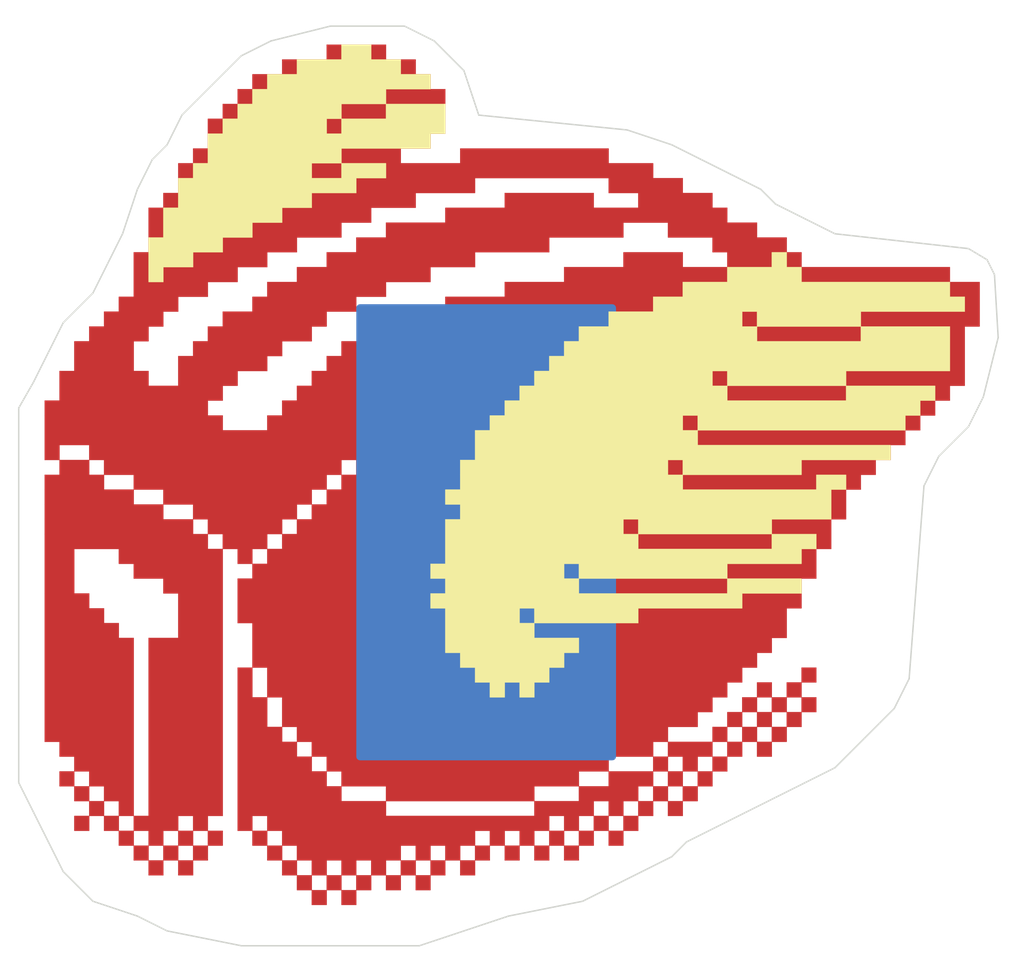
<source format=kicad_pcb>
(kicad_pcb (version 20171130) (host pcbnew "(5.1.6)-1")

  (general
    (thickness 1.6)
    (drawings 70)
    (tracks 0)
    (zones 0)
    (modules 1)
    (nets 1)
  )

  (page A4)
  (layers
    (0 F.Cu signal)
    (31 B.Cu signal)
    (32 B.Adhes user)
    (33 F.Adhes user)
    (34 B.Paste user)
    (35 F.Paste user)
    (36 B.SilkS user)
    (37 F.SilkS user)
    (38 B.Mask user)
    (39 F.Mask user)
    (40 Dwgs.User user)
    (41 Cmts.User user)
    (42 Eco1.User user)
    (43 Eco2.User user hide)
    (44 Edge.Cuts user)
    (45 Margin user)
    (46 B.CrtYd user)
    (47 F.CrtYd user)
    (48 B.Fab user)
    (49 F.Fab user)
  )

  (setup
    (last_trace_width 0.25)
    (trace_clearance 0.2)
    (zone_clearance 0.508)
    (zone_45_only no)
    (trace_min 0.2)
    (via_size 0.8)
    (via_drill 0.4)
    (via_min_size 0.4)
    (via_min_drill 0.3)
    (uvia_size 0.3)
    (uvia_drill 0.1)
    (uvias_allowed no)
    (uvia_min_size 0.2)
    (uvia_min_drill 0.1)
    (edge_width 0.05)
    (segment_width 0.2)
    (pcb_text_width 0.3)
    (pcb_text_size 1.5 1.5)
    (mod_edge_width 0.12)
    (mod_text_size 1 1)
    (mod_text_width 0.15)
    (pad_size 1.524 1.524)
    (pad_drill 0.762)
    (pad_to_mask_clearance 0.05)
    (aux_axis_origin 0 0)
    (visible_elements 7FFFFFFF)
    (pcbplotparams
      (layerselection 0x010fc_ffffffff)
      (usegerberextensions false)
      (usegerberattributes true)
      (usegerberadvancedattributes true)
      (creategerberjobfile true)
      (excludeedgelayer true)
      (linewidth 0.100000)
      (plotframeref false)
      (viasonmask false)
      (mode 1)
      (useauxorigin false)
      (hpglpennumber 1)
      (hpglpenspeed 20)
      (hpglpendiameter 15.000000)
      (psnegative false)
      (psa4output false)
      (plotreference true)
      (plotvalue true)
      (plotinvisibletext false)
      (padsonsilk false)
      (subtractmaskfromsilk false)
      (outputformat 1)
      (mirror false)
      (drillshape 0)
      (scaleselection 1)
      (outputdirectory "Gerbers/"))
  )

  (net 0 "")

  (net_class Default "This is the default net class."
    (clearance 0.2)
    (trace_width 0.25)
    (via_dia 0.8)
    (via_drill 0.4)
    (uvia_dia 0.3)
    (uvia_drill 0.1)
  )

  (module Toasty:Toasty_rev4 (layer F.Cu) (tedit 0) (tstamp 5F7BE733)
    (at 147.32 96.901)
    (fp_text reference G*** (at 0 0) (layer F.SilkS) hide
      (effects (font (size 1.524 1.524) (thickness 0.3)))
    )
    (fp_text value LOGO (at 0.75 0) (layer F.SilkS) hide
      (effects (font (size 1.524 1.524) (thickness 0.3)))
    )
    (fp_poly (pts (xy 9.398 -7.62) (xy 9.906 -7.62) (xy 9.906 -7.112) (xy 14.986 -7.112)
      (xy 14.986 -6.604) (xy 15.494 -6.604) (xy 15.494 -6.096) (xy 11.938 -6.096)
      (xy 11.938 -5.588) (xy 14.986 -5.588) (xy 14.986 -4.064) (xy 11.43 -4.064)
      (xy 11.43 -3.556) (xy 14.478 -3.556) (xy 14.478 -3.048) (xy 13.97 -3.048)
      (xy 13.97 -2.54) (xy 13.462 -2.54) (xy 13.462 -2.032) (xy 6.35 -2.032)
      (xy 6.35 -1.524) (xy 12.954 -1.524) (xy 12.954 -1.016) (xy 9.906 -1.016)
      (xy 9.906 -0.508) (xy 5.842 -0.508) (xy 5.842 0) (xy 10.414 0)
      (xy 10.414 -0.508) (xy 11.43 -0.508) (xy 11.43 0) (xy 10.922 0)
      (xy 10.922 1.016) (xy 8.89 1.016) (xy 8.89 1.524) (xy 10.414 1.524)
      (xy 10.414 2.032) (xy 9.906 2.032) (xy 9.906 2.54) (xy 7.366 2.54)
      (xy 7.366 3.048) (xy 9.906 3.048) (xy 9.906 3.556) (xy 7.874 3.556)
      (xy 7.874 4.064) (xy 4.318 4.064) (xy 4.318 4.572) (xy 0.762 4.572)
      (xy 0.762 5.08) (xy 2.286 5.08) (xy 2.286 5.588) (xy 1.778 5.588)
      (xy 1.778 6.096) (xy 1.27 6.096) (xy 1.27 6.604) (xy 0.762 6.604)
      (xy 0.762 7.112) (xy 0.254 7.112) (xy 0.254 6.604) (xy -0.254 6.604)
      (xy -0.254 7.112) (xy -0.762 7.112) (xy -0.762 6.604) (xy -1.27 6.604)
      (xy -1.27 6.096) (xy -1.778 6.096) (xy -1.778 5.588) (xy -2.286 5.588)
      (xy -2.286 4.064) (xy 0.254 4.064) (xy 0.254 4.572) (xy 0.762 4.572)
      (xy 0.762 4.064) (xy 0.254 4.064) (xy -2.286 4.064) (xy -2.794 4.064)
      (xy -2.794 3.556) (xy -2.286 3.556) (xy 2.286 3.556) (xy 7.366 3.556)
      (xy 7.366 3.048) (xy 2.286 3.048) (xy 2.286 3.556) (xy -2.286 3.556)
      (xy -2.286 3.048) (xy -2.794 3.048) (xy -2.794 2.54) (xy -2.286 2.54)
      (xy 1.778 2.54) (xy 1.778 3.048) (xy 2.286 3.048) (xy 2.286 2.54)
      (xy 1.778 2.54) (xy -2.286 2.54) (xy -2.286 2.032) (xy 4.318 2.032)
      (xy 8.89 2.032) (xy 8.89 1.524) (xy 4.318 1.524) (xy 4.318 2.032)
      (xy -2.286 2.032) (xy -2.286 1.016) (xy -1.778 1.016) (xy 3.81 1.016)
      (xy 3.81 1.524) (xy 4.318 1.524) (xy 4.318 1.016) (xy 3.81 1.016)
      (xy -1.778 1.016) (xy -1.778 0.508) (xy -2.286 0.508) (xy -2.286 0)
      (xy -1.778 0) (xy -1.778 -1.016) (xy -1.27 -1.016) (xy 5.334 -1.016)
      (xy 5.334 -0.508) (xy 5.842 -0.508) (xy 5.842 -1.016) (xy 5.334 -1.016)
      (xy -1.27 -1.016) (xy -1.27 -2.032) (xy -0.762 -2.032) (xy -0.762 -2.54)
      (xy -0.254 -2.54) (xy 5.842 -2.54) (xy 5.842 -2.032) (xy 6.35 -2.032)
      (xy 6.35 -2.54) (xy 5.842 -2.54) (xy -0.254 -2.54) (xy -0.254 -3.048)
      (xy 0.254 -3.048) (xy 7.366 -3.048) (xy 11.43 -3.048) (xy 11.43 -3.556)
      (xy 7.366 -3.556) (xy 7.366 -3.048) (xy 0.254 -3.048) (xy 0.254 -3.556)
      (xy 0.762 -3.556) (xy 0.762 -4.064) (xy 1.27 -4.064) (xy 6.858 -4.064)
      (xy 6.858 -3.556) (xy 7.366 -3.556) (xy 7.366 -4.064) (xy 6.858 -4.064)
      (xy 1.27 -4.064) (xy 1.27 -4.572) (xy 1.778 -4.572) (xy 1.778 -5.08)
      (xy 2.286 -5.08) (xy 8.382 -5.08) (xy 11.938 -5.08) (xy 11.938 -5.588)
      (xy 8.382 -5.588) (xy 8.382 -5.08) (xy 2.286 -5.08) (xy 2.286 -5.588)
      (xy 3.302 -5.588) (xy 3.302 -6.096) (xy 4.826 -6.096) (xy 7.874 -6.096)
      (xy 7.874 -5.588) (xy 8.382 -5.588) (xy 8.382 -6.096) (xy 7.874 -6.096)
      (xy 4.826 -6.096) (xy 4.826 -6.604) (xy 5.842 -6.604) (xy 5.842 -7.112)
      (xy 7.366 -7.112) (xy 7.366 -7.62) (xy 8.89 -7.62) (xy 8.89 -8.128)
      (xy 9.398 -8.128) (xy 9.398 -7.62)) (layer F.SilkS) (width 0.01))
    (fp_poly (pts (xy -2.286 -13.208) (xy -2.286 -12.192) (xy -2.794 -12.192) (xy -2.794 -11.684)
      (xy -5.842 -11.684) (xy -5.842 -11.176) (xy -4.318 -11.176) (xy -4.318 -10.668)
      (xy -5.334 -10.668) (xy -5.334 -10.16) (xy -6.858 -10.16) (xy -6.858 -9.652)
      (xy -7.874 -9.652) (xy -7.874 -9.144) (xy -8.89 -9.144) (xy -8.89 -8.636)
      (xy -9.906 -8.636) (xy -9.906 -8.128) (xy -10.922 -8.128) (xy -10.922 -7.62)
      (xy -11.938 -7.62) (xy -11.938 -7.112) (xy -12.446 -7.112) (xy -12.446 -8.636)
      (xy -11.938 -8.636) (xy -11.938 -9.652) (xy -11.43 -9.652) (xy -11.43 -10.668)
      (xy -10.922 -10.668) (xy -10.922 -11.176) (xy -10.414 -11.176) (xy -6.858 -11.176)
      (xy -6.858 -10.668) (xy -5.842 -10.668) (xy -5.842 -11.176) (xy -6.858 -11.176)
      (xy -10.414 -11.176) (xy -10.414 -12.192) (xy -9.906 -12.192) (xy -9.906 -12.7)
      (xy -9.398 -12.7) (xy -6.35 -12.7) (xy -6.35 -12.192) (xy -5.842 -12.192)
      (xy -5.842 -12.7) (xy -6.35 -12.7) (xy -9.398 -12.7) (xy -9.398 -13.208)
      (xy -8.89 -13.208) (xy -5.842 -13.208) (xy -5.842 -12.7) (xy -4.318 -12.7)
      (xy -4.318 -13.208) (xy -5.842 -13.208) (xy -8.89 -13.208) (xy -8.89 -13.716)
      (xy -8.382 -13.716) (xy -8.382 -14.224) (xy -7.366 -14.224) (xy -7.366 -14.732)
      (xy -5.842 -14.732) (xy -5.842 -15.24) (xy -4.826 -15.24) (xy -4.826 -14.732)
      (xy -3.81 -14.732) (xy -3.81 -14.224) (xy -2.794 -14.224) (xy -2.794 -13.716)
      (xy -4.318 -13.716) (xy -4.318 -13.208) (xy -2.286 -13.208)) (layer F.SilkS) (width 0.01))
    (fp_poly (pts (xy 17.526 16.764) (xy -17.526 16.764) (xy -17.526 11.176) (xy -14.986 11.176)
      (xy -14.986 11.684) (xy -14.478 11.684) (xy -14.478 11.176) (xy -14.986 11.176)
      (xy -17.526 11.176) (xy -17.526 -3.048) (xy -16.002 -3.048) (xy -16.002 -1.016)
      (xy -15.494 -1.016) (xy -15.494 -0.508) (xy -16.002 -0.508) (xy -16.002 8.636)
      (xy -15.494 8.636) (xy -15.494 9.144) (xy -14.986 9.144) (xy -14.986 9.652)
      (xy -15.494 9.652) (xy -15.494 10.16) (xy -14.986 10.16) (xy -14.986 10.668)
      (xy -14.478 10.668) (xy -14.478 11.176) (xy -13.97 11.176) (xy -13.97 11.684)
      (xy -13.462 11.684) (xy -13.462 12.192) (xy -12.954 12.192) (xy -12.954 12.7)
      (xy -12.446 12.7) (xy -12.446 13.208) (xy -11.938 13.208) (xy -11.938 12.7)
      (xy -11.43 12.7) (xy -11.43 13.208) (xy -10.922 13.208) (xy -10.922 12.7)
      (xy -10.414 12.7) (xy -10.414 12.192) (xy -9.906 12.192) (xy -9.906 11.684)
      (xy -10.414 11.684) (xy -10.414 11.176) (xy -9.906 11.176) (xy -9.906 3.048)
      (xy -9.398 3.048) (xy -9.398 4.572) (xy -8.89 4.572) (xy -8.89 6.096)
      (xy -9.398 6.096) (xy -9.398 11.684) (xy -8.89 11.684) (xy -8.89 12.192)
      (xy -8.382 12.192) (xy -8.382 12.7) (xy -7.874 12.7) (xy -7.874 13.208)
      (xy -7.366 13.208) (xy -7.366 13.716) (xy -6.858 13.716) (xy -6.858 14.224)
      (xy -6.35 14.224) (xy -6.35 13.716) (xy -5.842 13.716) (xy -5.842 14.224)
      (xy -5.334 14.224) (xy -5.334 13.716) (xy -4.826 13.716) (xy -4.826 13.208)
      (xy -4.318 13.208) (xy -4.318 13.716) (xy -3.81 13.716) (xy -3.81 13.208)
      (xy -3.302 13.208) (xy -3.302 13.716) (xy -2.794 13.716) (xy -2.794 13.208)
      (xy -2.286 13.208) (xy -2.286 12.7) (xy -1.778 12.7) (xy -1.778 13.208)
      (xy -1.27 13.208) (xy -1.27 12.7) (xy -0.762 12.7) (xy -0.762 12.192)
      (xy -0.254 12.192) (xy -0.254 12.7) (xy 0.254 12.7) (xy 0.254 12.192)
      (xy 0.762 12.192) (xy 0.762 12.7) (xy 1.27 12.7) (xy 1.27 12.192)
      (xy 1.778 12.192) (xy 1.778 12.7) (xy 2.286 12.7) (xy 2.286 12.192)
      (xy 2.794 12.192) (xy 2.794 11.684) (xy 3.302 11.684) (xy 3.302 12.192)
      (xy 3.81 12.192) (xy 3.81 11.684) (xy 4.318 11.684) (xy 4.318 11.176)
      (xy 4.826 11.176) (xy 4.826 10.668) (xy 5.334 10.668) (xy 5.334 11.176)
      (xy 5.842 11.176) (xy 5.842 10.668) (xy 6.35 10.668) (xy 6.35 10.16)
      (xy 6.858 10.16) (xy 6.858 9.652) (xy 7.366 9.652) (xy 7.366 9.144)
      (xy 7.874 9.144) (xy 7.874 8.636) (xy 8.382 8.636) (xy 8.382 9.144)
      (xy 8.89 9.144) (xy 8.89 8.636) (xy 9.398 8.636) (xy 9.398 8.128)
      (xy 9.906 8.128) (xy 9.906 7.62) (xy 10.414 7.62) (xy 10.414 7.112)
      (xy 9.906 7.112) (xy 9.906 6.604) (xy 9.398 6.604) (xy 9.398 7.112)
      (xy 8.89 7.112) (xy 8.89 6.604) (xy 8.382 6.604) (xy 8.382 7.112)
      (xy 7.874 7.112) (xy 7.874 7.62) (xy 7.366 7.62) (xy 7.366 8.128)
      (xy 6.858 8.128) (xy 6.858 8.636) (xy 5.334 8.636) (xy 5.334 9.144)
      (xy 4.826 9.144) (xy 4.826 9.652) (xy 3.302 9.652) (xy 3.302 10.16)
      (xy 2.286 10.16) (xy 2.286 9.652) (xy 2.794 9.652) (xy 2.794 9.144)
      (xy 3.302 9.144) (xy 3.302 8.636) (xy 3.81 8.636) (xy 3.81 9.144)
      (xy 4.318 9.144) (xy 4.318 8.636) (xy 4.826 8.636) (xy 4.826 8.128)
      (xy 5.334 8.128) (xy 5.334 7.62) (xy 5.842 7.62) (xy 5.842 8.128)
      (xy 6.35 8.128) (xy 6.35 7.62) (xy 6.858 7.62) (xy 6.858 7.112)
      (xy 7.366 7.112) (xy 7.366 6.604) (xy 7.874 6.604) (xy 7.874 6.096)
      (xy 9.906 6.096) (xy 9.906 6.604) (xy 10.414 6.604) (xy 10.414 6.096)
      (xy 9.906 6.096) (xy 7.874 6.096) (xy 7.366 6.096) (xy 7.366 5.588)
      (xy 7.874 5.588) (xy 7.874 5.08) (xy 8.382 5.08) (xy 8.382 5.588)
      (xy 8.89 5.588) (xy 8.89 5.08) (xy 9.398 5.08) (xy 9.398 4.572)
      (xy 8.89 4.572) (xy 8.89 4.064) (xy 9.906 4.064) (xy 9.906 3.048)
      (xy 10.414 3.048) (xy 10.414 2.032) (xy 10.922 2.032) (xy 10.922 1.016)
      (xy 11.43 1.016) (xy 11.43 0) (xy 11.938 0) (xy 11.938 -0.508)
      (xy 12.446 -0.508) (xy 12.446 -1.016) (xy 12.954 -1.016) (xy 12.954 -1.524)
      (xy 13.462 -1.524) (xy 13.462 -2.032) (xy 13.97 -2.032) (xy 13.97 -2.54)
      (xy 14.478 -2.54) (xy 14.478 -3.048) (xy 14.986 -3.048) (xy 14.986 -3.556)
      (xy 15.494 -3.556) (xy 15.494 -5.588) (xy 16.002 -5.588) (xy 16.002 -7.112)
      (xy 14.986 -7.112) (xy 14.986 -7.62) (xy 9.906 -7.62) (xy 9.906 -8.128)
      (xy 9.398 -8.128) (xy 9.398 -8.636) (xy 8.89 -8.636) (xy 8.89 -8.128)
      (xy 7.366 -8.128) (xy 7.366 -7.62) (xy 5.842 -7.62) (xy 5.842 -7.112)
      (xy 4.826 -7.112) (xy 4.826 -6.604) (xy 3.302 -6.604) (xy 3.302 -6.096)
      (xy 2.286 -6.096) (xy 2.286 -5.588) (xy 1.778 -5.588) (xy 1.778 -5.08)
      (xy 1.27 -5.08) (xy 1.27 -4.572) (xy 0.762 -4.572) (xy 0.762 -4.064)
      (xy 0.254 -4.064) (xy 0.254 -3.556) (xy -0.254 -3.556) (xy -0.254 -3.048)
      (xy -0.762 -3.048) (xy -0.762 -2.54) (xy -1.27 -2.54) (xy -1.27 -2.032)
      (xy -1.778 -2.032) (xy -1.778 -2.54) (xy -2.286 -2.54) (xy -2.286 -2.032)
      (xy -3.302 -2.032) (xy -3.302 -1.524) (xy -4.318 -1.524) (xy -4.318 -1.016)
      (xy -5.334 -1.016) (xy -5.334 -0.508) (xy -5.842 -0.508) (xy -5.842 0)
      (xy -6.35 0) (xy -6.35 0.508) (xy -6.858 0.508) (xy -6.858 1.016)
      (xy -7.366 1.016) (xy -7.366 1.524) (xy -7.874 1.524) (xy -7.874 2.032)
      (xy -8.382 2.032) (xy -8.382 2.54) (xy -8.89 2.54) (xy -8.89 3.048)
      (xy -9.398 3.048) (xy -9.906 3.048) (xy -9.906 2.032) (xy -9.398 2.032)
      (xy -9.398 2.54) (xy -8.89 2.54) (xy -8.89 1.524) (xy -9.398 1.524)
      (xy -9.398 1.016) (xy -9.906 1.016) (xy -9.906 0.508) (xy -10.922 0.508)
      (xy -10.922 0) (xy -11.43 0) (xy -11.43 -0.508) (xy -12.446 -0.508)
      (xy -12.446 -1.016) (xy -13.462 -1.016) (xy -13.462 -1.524) (xy -14.478 -1.524)
      (xy -14.478 -2.032) (xy -8.89 -2.032) (xy -8.89 -1.524) (xy -7.874 -1.524)
      (xy -7.874 -2.032) (xy -7.366 -2.032) (xy -7.366 -2.54) (xy -6.858 -2.54)
      (xy -6.858 -3.048) (xy -5.842 -3.048) (xy -5.842 -3.556) (xy -5.334 -3.556)
      (xy -5.334 -4.064) (xy -4.318 -4.064) (xy -4.318 -4.572) (xy -3.302 -4.572)
      (xy -3.302 -5.08) (xy -2.286 -5.08) (xy -2.286 -5.588) (xy -1.27 -5.588)
      (xy -1.27 -6.096) (xy 0.254 -6.096) (xy 0.254 -6.604) (xy 2.794 -6.604)
      (xy 2.794 -7.112) (xy 4.318 -7.112) (xy 4.318 -7.62) (xy 5.842 -7.62)
      (xy 5.842 -8.128) (xy 3.81 -8.128) (xy 3.81 -7.62) (xy 1.778 -7.62)
      (xy 1.778 -7.112) (xy -0.254 -7.112) (xy -0.254 -6.604) (xy -2.286 -6.604)
      (xy -2.286 -6.096) (xy -3.302 -6.096) (xy -3.302 -5.588) (xy -4.826 -5.588)
      (xy -4.826 -5.08) (xy -5.842 -5.08) (xy -5.842 -4.572) (xy -6.35 -4.572)
      (xy -6.35 -4.064) (xy -6.858 -4.064) (xy -6.858 -3.556) (xy -7.366 -3.556)
      (xy -7.366 -3.048) (xy -7.874 -3.048) (xy -7.874 -2.54) (xy -8.382 -2.54)
      (xy -8.382 -2.032) (xy -8.89 -2.032) (xy -14.478 -2.032) (xy -14.986 -2.032)
      (xy -14.986 -2.54) (xy -15.494 -2.54) (xy -15.494 -3.048) (xy -16.002 -3.048)
      (xy -17.526 -3.048) (xy -17.526 -4.064) (xy -15.494 -4.064) (xy -15.494 -3.048)
      (xy -14.986 -3.048) (xy -14.986 -4.064) (xy -15.494 -4.064) (xy -17.526 -4.064)
      (xy -17.526 -5.08) (xy -14.986 -5.08) (xy -14.986 -4.572) (xy -14.478 -4.572)
      (xy -11.43 -4.572) (xy -11.43 -4.064) (xy -10.414 -4.064) (xy -10.414 -4.572)
      (xy -9.906 -4.572) (xy -9.906 -5.08) (xy -8.89 -5.08) (xy -8.89 -5.588)
      (xy -8.382 -5.588) (xy -8.382 -6.096) (xy -7.366 -6.096) (xy -7.366 -6.604)
      (xy -6.35 -6.604) (xy -6.35 -7.112) (xy -5.842 -7.112) (xy -5.842 -7.62)
      (xy -4.318 -7.62) (xy -4.318 -8.128) (xy -2.794 -8.128) (xy -2.794 -8.636)
      (xy -1.27 -8.636) (xy -1.27 -9.144) (xy 1.27 -9.144) (xy 1.27 -9.652)
      (xy 2.794 -9.652) (xy 2.794 -10.16) (xy -0.254 -10.16) (xy -0.254 -9.652)
      (xy -2.286 -9.652) (xy -2.286 -9.144) (xy -4.318 -9.144) (xy -4.318 -8.636)
      (xy -5.334 -8.636) (xy -5.334 -8.128) (xy -6.35 -8.128) (xy -6.35 -7.62)
      (xy -7.366 -7.62) (xy -7.366 -7.112) (xy -8.382 -7.112) (xy -8.382 -6.604)
      (xy -8.89 -6.604) (xy -8.89 -6.096) (xy -9.906 -6.096) (xy -9.906 -5.588)
      (xy -10.414 -5.588) (xy -10.414 -5.08) (xy -10.922 -5.08) (xy -10.922 -4.572)
      (xy -11.43 -4.572) (xy -14.478 -4.572) (xy -14.478 -5.08) (xy -14.986 -5.08)
      (xy -17.526 -5.08) (xy -17.526 -5.588) (xy -14.478 -5.588) (xy -14.478 -5.08)
      (xy -13.97 -5.08) (xy -13.97 -5.588) (xy -14.478 -5.588) (xy -17.526 -5.588)
      (xy -17.526 -6.096) (xy -13.97 -6.096) (xy -13.97 -5.588) (xy -13.462 -5.588)
      (xy -13.462 -6.096) (xy -13.97 -6.096) (xy -17.526 -6.096) (xy -17.526 -6.604)
      (xy -13.462 -6.604) (xy -13.462 -6.096) (xy -12.954 -6.096) (xy -12.954 -6.604)
      (xy -13.462 -6.604) (xy -17.526 -6.604) (xy -17.526 -8.128) (xy -12.954 -8.128)
      (xy -12.954 -7.112) (xy -11.938 -7.112) (xy -11.938 -7.62) (xy -10.922 -7.62)
      (xy -10.922 -8.128) (xy -9.906 -8.128) (xy -9.906 -8.636) (xy -8.89 -8.636)
      (xy -8.89 -9.144) (xy -7.874 -9.144) (xy -7.874 -9.652) (xy -6.858 -9.652)
      (xy -6.858 -10.16) (xy -5.334 -10.16) (xy -5.334 -10.668) (xy -3.302 -10.668)
      (xy -3.302 -11.176) (xy -3.81 -11.176) (xy -3.81 -11.684) (xy -2.794 -11.684)
      (xy -2.794 -12.192) (xy -2.286 -12.192) (xy -2.286 -13.716) (xy -2.794 -13.716)
      (xy -2.794 -14.224) (xy -3.302 -14.224) (xy -3.302 -14.732) (xy -4.318 -14.732)
      (xy -4.318 -15.24) (xy -6.35 -15.24) (xy -6.35 -14.732) (xy -7.874 -14.732)
      (xy -7.874 -14.224) (xy -8.89 -14.224) (xy -8.89 -13.716) (xy -9.398 -13.716)
      (xy -9.398 -13.208) (xy -9.906 -13.208) (xy -9.906 -12.7) (xy -10.414 -12.7)
      (xy -10.414 -11.684) (xy -10.922 -11.684) (xy -10.922 -11.176) (xy -11.43 -11.176)
      (xy -11.43 -10.16) (xy -11.938 -10.16) (xy -11.938 -9.652) (xy -12.446 -9.652)
      (xy -12.446 -8.128) (xy -12.954 -8.128) (xy -17.526 -8.128) (xy -17.526 -16.764)
      (xy 17.526 -16.764) (xy 17.526 16.764)) (layer F.Mask) (width 0.01))
    (fp_poly (pts (xy -5.334 12.7) (xy -4.826 12.7) (xy -4.826 13.208) (xy -5.334 13.208)
      (xy -5.334 12.7)) (layer F.Mask) (width 0.01))
    (fp_poly (pts (xy -8.89 11.684) (xy -8.89 11.176) (xy -8.382 11.176) (xy -8.382 11.684)
      (xy -8.89 11.684)) (layer F.Mask) (width 0.01))
    (fp_poly (pts (xy -8.382 12.192) (xy -8.382 11.684) (xy -7.874 11.684) (xy -7.874 12.192)
      (xy -8.382 12.192)) (layer F.Mask) (width 0.01))
    (fp_poly (pts (xy -7.874 12.7) (xy -7.874 12.192) (xy -7.366 12.192) (xy -7.366 12.7)
      (xy -7.874 12.7)) (layer F.Mask) (width 0.01))
    (fp_poly (pts (xy -7.366 13.208) (xy -7.366 12.7) (xy -6.858 12.7) (xy -6.858 13.208)
      (xy -7.366 13.208)) (layer F.Mask) (width 0.01))
    (fp_poly (pts (xy -6.35 13.716) (xy -6.858 13.716) (xy -6.858 13.208) (xy -6.35 13.208)
      (xy -6.35 13.716)) (layer F.Mask) (width 0.01))
    (fp_poly (pts (xy -6.35 13.208) (xy -6.35 12.7) (xy -5.842 12.7) (xy -5.842 13.208)
      (xy -6.35 13.208)) (layer F.Mask) (width 0.01))
    (fp_poly (pts (xy -5.334 13.716) (xy -5.842 13.716) (xy -5.842 13.208) (xy -5.334 13.208)
      (xy -5.334 13.716)) (layer F.Mask) (width 0.01))
    (fp_poly (pts (xy -3.81 13.208) (xy -4.318 13.208) (xy -4.318 12.7) (xy -3.81 12.7)
      (xy -3.81 13.208)) (layer F.Mask) (width 0.01))
    (fp_poly (pts (xy -2.794 12.192) (xy -2.286 12.192) (xy -2.286 12.7) (xy -2.794 12.7)
      (xy -2.794 12.192)) (layer F.Mask) (width 0.01))
    (fp_poly (pts (xy -3.81 12.7) (xy -3.81 12.192) (xy -3.302 12.192) (xy -3.302 12.7)
      (xy -3.81 12.7)) (layer F.Mask) (width 0.01))
    (fp_poly (pts (xy -2.794 13.208) (xy -3.302 13.208) (xy -3.302 12.7) (xy -2.794 12.7)
      (xy -2.794 13.208)) (layer F.Mask) (width 0.01))
    (fp_poly (pts (xy -14.986 10.16) (xy -14.986 9.652) (xy -14.478 9.652) (xy -14.478 10.16)
      (xy -14.986 10.16)) (layer F.Mask) (width 0.01))
    (fp_poly (pts (xy -10.922 11.684) (xy -10.414 11.684) (xy -10.414 12.192) (xy -10.922 12.192)
      (xy -10.922 11.684)) (layer F.Mask) (width 0.01))
    (fp_poly (pts (xy -13.97 10.16) (xy -13.97 10.668) (xy -14.478 10.668) (xy -14.478 10.16)
      (xy -13.97 10.16)) (layer F.Mask) (width 0.01))
    (fp_poly (pts (xy -13.462 11.684) (xy -13.462 11.176) (xy -13.97 11.176) (xy -13.97 10.668)
      (xy -13.462 10.668) (xy -13.462 11.176) (xy -12.954 11.176) (xy -12.954 10.668)
      (xy -13.462 10.668) (xy -13.462 4.572) (xy -13.97 4.572) (xy -13.97 4.064)
      (xy -14.478 4.064) (xy -14.478 3.556) (xy -14.986 3.556) (xy -14.986 1.524)
      (xy -14.478 1.524) (xy -14.478 1.016) (xy -13.462 1.016) (xy -13.462 1.524)
      (xy -12.954 1.524) (xy -12.954 2.032) (xy -11.938 2.032) (xy -11.938 2.54)
      (xy -10.922 2.54) (xy -10.922 4.064) (xy -11.43 4.064) (xy -11.43 5.08)
      (xy -12.446 5.08) (xy -12.446 11.176) (xy -12.954 11.176) (xy -12.954 11.684)
      (xy -13.462 11.684)) (layer F.Mask) (width 0.01))
    (fp_poly (pts (xy -12.954 12.192) (xy -12.954 11.684) (xy -12.446 11.684) (xy -12.446 12.192)
      (xy -12.954 12.192)) (layer F.Mask) (width 0.01))
    (fp_poly (pts (xy -11.938 12.7) (xy -12.446 12.7) (xy -12.446 12.192) (xy -11.938 12.192)
      (xy -11.938 12.7)) (layer F.Mask) (width 0.01))
    (fp_poly (pts (xy -11.43 11.176) (xy -10.922 11.176) (xy -10.922 11.684) (xy -11.43 11.684)
      (xy -11.43 11.176)) (layer F.Mask) (width 0.01))
    (fp_poly (pts (xy -10.922 12.7) (xy -11.43 12.7) (xy -11.43 12.192) (xy -10.922 12.192)
      (xy -10.922 12.7)) (layer F.Mask) (width 0.01))
    (fp_poly (pts (xy -11.43 12.192) (xy -11.938 12.192) (xy -11.938 11.684) (xy -11.43 11.684)
      (xy -11.43 12.192)) (layer F.Mask) (width 0.01))
    (fp_poly (pts (xy -1.27 12.7) (xy -1.778 12.7) (xy -1.778 12.192) (xy -1.27 12.192)
      (xy -1.27 12.7)) (layer F.Mask) (width 0.01))
    (fp_poly (pts (xy -1.27 11.684) (xy -0.762 11.684) (xy -0.762 12.192) (xy -1.27 12.192)
      (xy -1.27 11.684)) (layer F.Mask) (width 0.01))
    (fp_poly (pts (xy 0.254 12.192) (xy -0.254 12.192) (xy -0.254 11.684) (xy 0.254 11.684)
      (xy 0.254 12.192)) (layer F.Mask) (width 0.01))
    (fp_poly (pts (xy 1.27 12.192) (xy 0.762 12.192) (xy 0.762 11.684) (xy 1.27 11.684)
      (xy 1.27 12.192)) (layer F.Mask) (width 0.01))
    (fp_poly (pts (xy 9.398 7.112) (xy 9.906 7.112) (xy 9.906 7.62) (xy 9.398 7.62)
      (xy 9.398 7.112)) (layer F.Mask) (width 0.01))
    (fp_poly (pts (xy 7.366 8.128) (xy 7.874 8.128) (xy 7.874 8.636) (xy 7.366 8.636)
      (xy 7.366 8.128)) (layer F.Mask) (width 0.01))
    (fp_poly (pts (xy 6.858 8.636) (xy 7.366 8.636) (xy 7.366 9.144) (xy 6.858 9.144)
      (xy 6.858 8.636)) (layer F.Mask) (width 0.01))
    (fp_poly (pts (xy 6.35 9.144) (xy 6.858 9.144) (xy 6.858 9.652) (xy 6.35 9.652)
      (xy 6.35 9.144)) (layer F.Mask) (width 0.01))
    (fp_poly (pts (xy 4.826 9.652) (xy 5.334 9.652) (xy 5.334 10.16) (xy 5.842 10.16)
      (xy 5.842 9.652) (xy 5.334 9.652) (xy 5.334 9.144) (xy 5.842 9.144)
      (xy 5.842 9.652) (xy 6.35 9.652) (xy 6.35 10.16) (xy 5.842 10.16)
      (xy 5.842 10.668) (xy 5.334 10.668) (xy 5.334 10.16) (xy 4.826 10.16)
      (xy 4.826 9.652)) (layer F.Mask) (width 0.01))
    (fp_poly (pts (xy 4.318 10.16) (xy 4.826 10.16) (xy 4.826 10.668) (xy 4.318 10.668)
      (xy 4.318 10.16)) (layer F.Mask) (width 0.01))
    (fp_poly (pts (xy 3.81 10.668) (xy 4.318 10.668) (xy 4.318 11.176) (xy 3.81 11.176)
      (xy 3.81 10.668)) (layer F.Mask) (width 0.01))
    (fp_poly (pts (xy 3.81 11.176) (xy 3.81 11.684) (xy 3.302 11.684) (xy 3.302 11.176)
      (xy 3.81 11.176)) (layer F.Mask) (width 0.01))
    (fp_poly (pts (xy 2.794 10.668) (xy 3.302 10.668) (xy 3.302 11.176) (xy 2.794 11.176)
      (xy 2.794 10.668)) (layer F.Mask) (width 0.01))
    (fp_poly (pts (xy 2.286 11.176) (xy 2.794 11.176) (xy 2.794 11.684) (xy 2.286 11.684)
      (xy 2.286 11.176)) (layer F.Mask) (width 0.01))
    (fp_poly (pts (xy 2.286 11.684) (xy 2.286 12.192) (xy 1.778 12.192) (xy 1.778 11.684)
      (xy 2.286 11.684)) (layer F.Mask) (width 0.01))
    (fp_poly (pts (xy 1.27 11.176) (xy 1.778 11.176) (xy 1.778 11.684) (xy 1.27 11.684)
      (xy 1.27 11.176)) (layer F.Mask) (width 0.01))
    (fp_poly (pts (xy 9.398 8.128) (xy 8.89 8.128) (xy 8.89 8.636) (xy 8.382 8.636)
      (xy 8.382 8.128) (xy 7.874 8.128) (xy 7.874 7.62) (xy 8.382 7.62)
      (xy 8.382 8.128) (xy 8.89 8.128) (xy 8.89 7.62) (xy 8.382 7.62)
      (xy 8.382 7.112) (xy 8.89 7.112) (xy 8.89 7.62) (xy 9.398 7.62)
      (xy 9.398 8.128)) (layer F.Mask) (width 0.01))
    (fp_poly (pts (xy -7.874 7.112) (xy -7.874 6.096) (xy -7.366 6.096) (xy -7.366 7.112)
      (xy -7.874 7.112)) (layer F.Mask) (width 0.01))
    (fp_poly (pts (xy 8.89 5.08) (xy 8.382 5.08) (xy 8.382 4.572) (xy 8.89 4.572)
      (xy 8.89 5.08)) (layer F.Mask) (width 0.01))
    (fp_poly (pts (xy -6.858 7.112) (xy -6.858 7.62) (xy -7.366 7.62) (xy -7.366 7.112)
      (xy -6.858 7.112)) (layer F.Mask) (width 0.01))
    (fp_poly (pts (xy -8.382 5.588) (xy -7.874 5.588) (xy -7.874 6.096) (xy -8.382 6.096)
      (xy -8.382 5.588)) (layer F.Mask) (width 0.01))
    (fp_poly (pts (xy 7.874 4.064) (xy 8.382 4.064) (xy 8.382 4.572) (xy 7.874 4.572)
      (xy 7.874 4.064)) (layer F.Mask) (width 0.01))
    (fp_poly (pts (xy -7.366 8.128) (xy -7.366 8.636) (xy -7.874 8.636) (xy -7.874 8.128)
      (xy -7.366 8.128)) (layer F.Mask) (width 0.01))
    (fp_poly (pts (xy -7.874 7.112) (xy -7.874 8.128) (xy -8.382 8.128) (xy -8.382 7.112)
      (xy -7.874 7.112)) (layer F.Mask) (width 0.01))
    (fp_poly (pts (xy -8.382 7.112) (xy -8.89 7.112) (xy -8.89 6.096) (xy -8.382 6.096)
      (xy -8.382 7.112)) (layer F.Mask) (width 0.01))
    (fp_poly (pts (xy -2.794 1.524) (xy -2.286 1.524) (xy -2.286 2.032) (xy -2.794 2.032)
      (xy -2.794 1.524)) (layer F.Mask) (width 0.01))
    (fp_poly (pts (xy 7.874 5.08) (xy 7.366 5.08) (xy 7.366 4.572) (xy 7.874 4.572)
      (xy 7.874 5.08)) (layer F.Mask) (width 0.01))
    (fp_poly (pts (xy -2.794 0.508) (xy -2.286 0.508) (xy -2.286 1.016) (xy -2.794 1.016)
      (xy -2.794 0.508)) (layer F.Mask) (width 0.01))
    (fp_poly (pts (xy -2.794 1.524) (xy -3.302 1.524) (xy -3.302 2.032) (xy -2.794 2.032)
      (xy -2.794 2.54) (xy -3.302 2.54) (xy -3.302 3.048) (xy -2.794 3.048)
      (xy -2.794 3.556) (xy -3.302 3.556) (xy -3.302 4.064) (xy -2.794 4.064)
      (xy -2.794 4.572) (xy -2.286 4.572) (xy -2.286 5.08) (xy -2.794 5.08)
      (xy -2.794 5.588) (xy -2.286 5.588) (xy -2.286 6.096) (xy -1.778 6.096)
      (xy -1.778 6.604) (xy -1.27 6.604) (xy -1.27 7.112) (xy 1.27 7.112)
      (xy 1.27 6.604) (xy 1.778 6.604) (xy 1.778 7.112) (xy 2.286 7.112)
      (xy 2.286 6.604) (xy 1.778 6.604) (xy 1.778 6.096) (xy 2.286 6.096)
      (xy 2.286 6.604) (xy 2.794 6.604) (xy 2.794 7.112) (xy 3.302 7.112)
      (xy 3.302 7.62) (xy 3.81 7.62) (xy 3.81 8.128) (xy 4.318 8.128)
      (xy 4.318 7.62) (xy 4.826 7.62) (xy 4.826 7.112) (xy 5.334 7.112)
      (xy 5.334 6.604) (xy 5.842 6.604) (xy 5.842 7.112) (xy 6.35 7.112)
      (xy 6.35 6.604) (xy 6.858 6.604) (xy 6.858 6.096) (xy 6.35 6.096)
      (xy 6.35 5.588) (xy 5.842 5.588) (xy 5.842 5.08) (xy 5.334 5.08)
      (xy 5.334 5.588) (xy 4.826 5.588) (xy 4.826 5.08) (xy 4.318 5.08)
      (xy 4.318 5.588) (xy 3.81 5.588) (xy 3.81 6.096) (xy 3.302 6.096)
      (xy 3.302 5.588) (xy 2.794 5.588) (xy 2.794 6.096) (xy 2.286 6.096)
      (xy 2.286 5.588) (xy 2.794 5.588) (xy 2.794 5.08) (xy 3.302 5.08)
      (xy 3.302 5.588) (xy 3.81 5.588) (xy 3.81 5.08) (xy 4.318 5.08)
      (xy 4.318 4.572) (xy 4.826 4.572) (xy 4.826 5.08) (xy 5.334 5.08)
      (xy 5.334 4.572) (xy 5.842 4.572) (xy 5.842 5.08) (xy 6.35 5.08)
      (xy 6.35 5.588) (xy 6.858 5.588) (xy 6.858 5.08) (xy 6.35 5.08)
      (xy 6.35 4.572) (xy 6.858 4.572) (xy 6.858 5.08) (xy 7.366 5.08)
      (xy 7.366 5.588) (xy 6.858 5.588) (xy 6.858 6.096) (xy 7.366 6.096)
      (xy 7.366 6.604) (xy 6.858 6.604) (xy 6.858 7.112) (xy 6.35 7.112)
      (xy 6.35 7.62) (xy 5.842 7.62) (xy 5.842 7.112) (xy 5.334 7.112)
      (xy 5.334 7.62) (xy 4.826 7.62) (xy 4.826 8.128) (xy 4.318 8.128)
      (xy 4.318 8.636) (xy 3.81 8.636) (xy 3.81 8.128) (xy 3.302 8.128)
      (xy 3.302 8.636) (xy 2.794 8.636) (xy 2.794 9.144) (xy 2.286 9.144)
      (xy 2.286 9.652) (xy 1.27 9.652) (xy 1.27 10.16) (xy 2.286 10.16)
      (xy 2.286 10.668) (xy 0.762 10.668) (xy 0.762 11.176) (xy -4.318 11.176)
      (xy -4.318 10.668) (xy 0.762 10.668) (xy 0.762 10.16) (xy -4.318 10.16)
      (xy -4.318 10.668) (xy -5.842 10.668) (xy -5.842 10.16) (xy -6.35 10.16)
      (xy -6.35 9.652) (xy -6.858 9.652) (xy -6.858 9.144) (xy -7.366 9.144)
      (xy -7.366 8.636) (xy -6.858 8.636) (xy -6.858 9.144) (xy -6.35 9.144)
      (xy -6.35 9.652) (xy -5.842 9.652) (xy -5.842 10.16) (xy -4.318 10.16)
      (xy -4.318 9.652) (xy -3.81 9.652) (xy 0.762 9.652) (xy 0.762 9.144)
      (xy -3.81 9.144) (xy -3.81 9.652) (xy -4.318 9.652) (xy -5.842 9.652)
      (xy -5.842 9.144) (xy -6.35 9.144) (xy -6.35 8.636) (xy -6.858 8.636)
      (xy -6.858 7.62) (xy -6.35 7.62) (xy -6.35 8.128) (xy -5.842 8.128)
      (xy -5.842 8.636) (xy -4.826 8.636) (xy -4.826 9.144) (xy -3.81 9.144)
      (xy -3.81 8.636) (xy 0.762 8.636) (xy 0.762 9.144) (xy 2.286 9.144)
      (xy 2.286 8.636) (xy 2.794 8.636) (xy 2.794 8.128) (xy 1.778 8.128)
      (xy 1.778 8.636) (xy 0.762 8.636) (xy -3.81 8.636) (xy -4.826 8.636)
      (xy -4.826 8.128) (xy -5.334 8.128) (xy -5.334 7.62) (xy 2.794 7.62)
      (xy 2.794 8.128) (xy 3.302 8.128) (xy 3.302 7.62) (xy 2.794 7.62)
      (xy -5.334 7.62) (xy -5.842 7.62) (xy -5.842 7.112) (xy -6.35 7.112)
      (xy -6.35 6.604) (xy -6.858 6.604) (xy -6.858 5.588) (xy -7.366 5.588)
      (xy -7.366 5.08) (xy -7.874 5.08) (xy -7.874 3.048) (xy -7.366 3.048)
      (xy -7.366 2.54) (xy -6.858 2.54) (xy -6.858 2.032) (xy -6.35 2.032)
      (xy -6.35 1.524) (xy -5.842 1.524) (xy -5.842 1.016) (xy -5.334 1.016)
      (xy -5.334 0.508) (xy -4.826 0.508) (xy -4.826 0) (xy -4.318 0)
      (xy -4.318 -0.508) (xy -3.81 -0.508) (xy -3.81 -1.016) (xy -2.794 -1.016)
      (xy -2.794 -1.524) (xy -2.286 -1.524) (xy -2.286 -2.032) (xy -1.778 -2.032)
      (xy -1.778 -1.016) (xy -2.286 -1.016) (xy -2.286 0) (xy -2.794 0)
      (xy -2.794 0.508) (xy -3.302 0.508) (xy -3.302 1.016) (xy -2.794 1.016)
      (xy -2.794 1.524)) (layer F.Mask) (width 0.01))
    (fp_poly (pts (xy -9.906 1.524) (xy -9.906 2.032) (xy -10.414 2.032) (xy -10.414 1.524)
      (xy -9.906 1.524)) (layer F.Mask) (width 0.01))
    (fp_poly (pts (xy -15.494 -1.016) (xy -15.494 -1.524) (xy -14.478 -1.524) (xy -14.478 -1.016)
      (xy -15.494 -1.016)) (layer F.Mask) (width 0.01))
    (fp_poly (pts (xy -14.478 -0.508) (xy -14.478 -1.016) (xy -13.97 -1.016) (xy -13.97 -0.508)
      (xy -14.478 -0.508)) (layer F.Mask) (width 0.01))
    (fp_poly (pts (xy -13.97 0) (xy -13.97 -0.508) (xy -12.954 -0.508) (xy -12.954 0)
      (xy -13.97 0)) (layer F.Mask) (width 0.01))
    (fp_poly (pts (xy -12.954 0.508) (xy -12.954 0) (xy -11.938 0) (xy -11.938 0.508)
      (xy -12.954 0.508)) (layer F.Mask) (width 0.01))
    (fp_poly (pts (xy -11.938 1.016) (xy -11.938 0.508) (xy -10.922 0.508) (xy -10.922 1.016)
      (xy -11.938 1.016)) (layer F.Mask) (width 0.01))
    (fp_poly (pts (xy -10.922 1.524) (xy -10.922 1.016) (xy -10.414 1.016) (xy -10.414 1.524)
      (xy -10.922 1.524)) (layer F.Mask) (width 0.01))
    (fp_poly (pts (xy 2.794 6.604) (xy 2.794 6.096) (xy 3.302 6.096) (xy 3.302 6.604)
      (xy 2.794 6.604)) (layer F.Mask) (width 0.01))
    (fp_poly (pts (xy 6.35 6.604) (xy 5.842 6.604) (xy 5.842 6.096) (xy 6.35 6.096)
      (xy 6.35 6.604)) (layer F.Mask) (width 0.01))
    (fp_poly (pts (xy 5.334 5.588) (xy 5.842 5.588) (xy 5.842 6.096) (xy 5.334 6.096)
      (xy 5.334 5.588)) (layer F.Mask) (width 0.01))
    (fp_poly (pts (xy 5.334 6.604) (xy 4.826 6.604) (xy 4.826 7.112) (xy 4.318 7.112)
      (xy 4.318 7.62) (xy 3.81 7.62) (xy 3.81 7.112) (xy 3.302 7.112)
      (xy 3.302 6.604) (xy 3.81 6.604) (xy 3.81 7.112) (xy 4.318 7.112)
      (xy 4.318 6.604) (xy 3.81 6.604) (xy 3.81 6.096) (xy 4.318 6.096)
      (xy 4.318 6.604) (xy 4.826 6.604) (xy 4.826 6.096) (xy 4.318 6.096)
      (xy 4.318 5.588) (xy 4.826 5.588) (xy 4.826 6.096) (xy 5.334 6.096)
      (xy 5.334 6.604)) (layer F.Mask) (width 0.01))
    (fp_poly (pts (xy -14.478 11.684) (xy -14.986 11.684) (xy -14.986 11.176) (xy -14.478 11.176)
      (xy -14.478 11.684)) (layer F.Cu) (width 0.01))
    (fp_poly (pts (xy -15.494 10.16) (xy -15.494 9.652) (xy -14.986 9.652) (xy -14.986 10.16)
      (xy -15.494 10.16)) (layer F.Cu) (width 0.01))
    (fp_poly (pts (xy -14.986 10.668) (xy -14.986 10.16) (xy -14.478 10.16) (xy -14.478 10.668)
      (xy -14.986 10.668)) (layer F.Cu) (width 0.01))
    (fp_poly (pts (xy -14.478 10.668) (xy -13.97 10.668) (xy -13.97 11.176) (xy -14.478 11.176)
      (xy -14.478 10.668)) (layer F.Cu) (width 0.01))
    (fp_poly (pts (xy 9.906 7.112) (xy 10.414 7.112) (xy 10.414 7.62) (xy 9.906 7.62)
      (xy 9.906 7.112)) (layer F.Cu) (width 0.01))
    (fp_poly (pts (xy 9.906 6.096) (xy 10.414 6.096) (xy 10.414 6.604) (xy 9.906 6.604)
      (xy 9.906 6.096)) (layer F.Cu) (width 0.01))
    (fp_poly (pts (xy 0.254 12.192) (xy 0.254 12.7) (xy -0.254 12.7) (xy -0.254 12.192)
      (xy -0.762 12.192) (xy -0.762 12.7) (xy -1.27 12.7) (xy -1.27 13.208)
      (xy -1.778 13.208) (xy -1.778 12.7) (xy -2.286 12.7) (xy -2.286 13.208)
      (xy -2.794 13.208) (xy -2.794 13.716) (xy -3.302 13.716) (xy -3.302 13.208)
      (xy -3.81 13.208) (xy -3.81 13.716) (xy -4.318 13.716) (xy -4.318 13.208)
      (xy -4.826 13.208) (xy -4.826 13.716) (xy -5.334 13.716) (xy -5.334 14.224)
      (xy -5.842 14.224) (xy -5.842 13.716) (xy -6.35 13.716) (xy -6.35 14.224)
      (xy -6.858 14.224) (xy -6.858 13.716) (xy -7.366 13.716) (xy -7.366 13.208)
      (xy -7.874 13.208) (xy -7.874 12.7) (xy -8.382 12.7) (xy -8.382 12.192)
      (xy -8.89 12.192) (xy -8.89 11.684) (xy -9.398 11.684) (xy -9.398 11.176)
      (xy -8.89 11.176) (xy -8.89 11.684) (xy -8.382 11.684) (xy -8.382 12.192)
      (xy -7.874 12.192) (xy -7.874 12.7) (xy -7.366 12.7) (xy -7.366 13.208)
      (xy -6.858 13.208) (xy -6.858 13.716) (xy -6.35 13.716) (xy -6.35 13.208)
      (xy -6.858 13.208) (xy -6.858 12.7) (xy -6.35 12.7) (xy -6.35 13.208)
      (xy -5.842 13.208) (xy -5.842 13.716) (xy -5.334 13.716) (xy -5.334 13.208)
      (xy -5.842 13.208) (xy -5.842 12.7) (xy -5.334 12.7) (xy -5.334 13.208)
      (xy -4.826 13.208) (xy -4.826 12.7) (xy -4.318 12.7) (xy -4.318 13.208)
      (xy -3.81 13.208) (xy -3.81 12.7) (xy -4.318 12.7) (xy -4.826 12.7)
      (xy -5.334 12.7) (xy -5.842 12.7) (xy -6.35 12.7) (xy -6.858 12.7)
      (xy -7.366 12.7) (xy -7.366 12.192) (xy -3.81 12.192) (xy -3.81 12.7)
      (xy -3.302 12.7) (xy -3.302 13.208) (xy -2.794 13.208) (xy -2.794 12.7)
      (xy -3.302 12.7) (xy -3.302 12.192) (xy -2.794 12.192) (xy -2.794 12.7)
      (xy -2.286 12.7) (xy -2.286 12.192) (xy -1.778 12.192) (xy -1.778 12.7)
      (xy -1.27 12.7) (xy -1.27 12.192) (xy -1.778 12.192) (xy -2.286 12.192)
      (xy -2.794 12.192) (xy -3.302 12.192) (xy -3.81 12.192) (xy -7.366 12.192)
      (xy -7.874 12.192) (xy -7.874 11.684) (xy -1.27 11.684) (xy -1.27 12.192)
      (xy -0.762 12.192) (xy -0.762 11.684) (xy -0.254 11.684) (xy -0.254 12.192)
      (xy 0.254 12.192) (xy 0.254 11.684) (xy -0.254 11.684) (xy -0.762 11.684)
      (xy -1.27 11.684) (xy -7.874 11.684) (xy -8.382 11.684) (xy -8.382 11.176)
      (xy -8.89 11.176) (xy -9.398 11.176) (xy -9.398 6.096) (xy -8.89 6.096)
      (xy -8.89 7.112) (xy -8.382 7.112) (xy -8.382 8.128) (xy -7.874 8.128)
      (xy -7.874 8.636) (xy -7.366 8.636) (xy -7.366 9.144) (xy -6.858 9.144)
      (xy -6.858 9.652) (xy -6.35 9.652) (xy -6.35 10.16) (xy -5.842 10.16)
      (xy -5.842 10.668) (xy -4.318 10.668) (xy -4.318 11.176) (xy 0.762 11.176)
      (xy 0.762 10.668) (xy 2.286 10.668) (xy 2.286 10.16) (xy 3.302 10.16)
      (xy 3.302 9.652) (xy 4.826 9.652) (xy 4.826 10.16) (xy 4.318 10.16)
      (xy 4.318 10.668) (xy 3.81 10.668) (xy 3.81 11.176) (xy 3.302 11.176)
      (xy 3.302 10.668) (xy 2.794 10.668) (xy 2.794 11.176) (xy 2.286 11.176)
      (xy 2.286 11.684) (xy 1.778 11.684) (xy 1.778 11.176) (xy 1.27 11.176)
      (xy 1.27 11.684) (xy 0.762 11.684) (xy 0.762 12.192) (xy 0.254 12.192)) (layer F.Cu) (width 0.01))
    (fp_poly (pts (xy 1.27 12.7) (xy 0.762 12.7) (xy 0.762 12.192) (xy 1.27 12.192)
      (xy 1.27 12.7)) (layer F.Cu) (width 0.01))
    (fp_poly (pts (xy 1.27 12.192) (xy 1.27 11.684) (xy 1.778 11.684) (xy 1.778 12.192)
      (xy 1.27 12.192)) (layer F.Cu) (width 0.01))
    (fp_poly (pts (xy 2.286 12.7) (xy 1.778 12.7) (xy 1.778 12.192) (xy 2.286 12.192)
      (xy 2.286 12.7)) (layer F.Cu) (width 0.01))
    (fp_poly (pts (xy 2.794 12.192) (xy 2.286 12.192) (xy 2.286 11.684) (xy 2.794 11.684)
      (xy 2.794 12.192)) (layer F.Cu) (width 0.01))
    (fp_poly (pts (xy 2.794 11.684) (xy 2.794 11.176) (xy 3.302 11.176) (xy 3.302 11.684)
      (xy 2.794 11.684)) (layer F.Cu) (width 0.01))
    (fp_poly (pts (xy 3.81 12.192) (xy 3.302 12.192) (xy 3.302 11.684) (xy 3.81 11.684)
      (xy 3.81 12.192)) (layer F.Cu) (width 0.01))
    (fp_poly (pts (xy 4.318 11.684) (xy 3.81 11.684) (xy 3.81 11.176) (xy 4.318 11.176)
      (xy 4.318 11.684)) (layer F.Cu) (width 0.01))
    (fp_poly (pts (xy 4.826 11.176) (xy 4.318 11.176) (xy 4.318 10.668) (xy 4.826 10.668)
      (xy 4.826 11.176)) (layer F.Cu) (width 0.01))
    (fp_poly (pts (xy 4.826 10.668) (xy 4.826 10.16) (xy 5.334 10.16) (xy 5.334 10.668)
      (xy 4.826 10.668)) (layer F.Cu) (width 0.01))
    (fp_poly (pts (xy 5.842 11.176) (xy 5.334 11.176) (xy 5.334 10.668) (xy 5.842 10.668)
      (xy 5.842 11.176)) (layer F.Cu) (width 0.01))
    (fp_poly (pts (xy 6.35 10.668) (xy 5.842 10.668) (xy 5.842 10.16) (xy 6.35 10.16)
      (xy 6.35 10.668)) (layer F.Cu) (width 0.01))
    (fp_poly (pts (xy 6.858 10.16) (xy 6.35 10.16) (xy 6.35 9.652) (xy 6.858 9.652)
      (xy 6.858 10.16)) (layer F.Cu) (width 0.01))
    (fp_poly (pts (xy 7.366 9.652) (xy 6.858 9.652) (xy 6.858 9.144) (xy 7.366 9.144)
      (xy 7.366 9.652)) (layer F.Cu) (width 0.01))
    (fp_poly (pts (xy 7.874 9.144) (xy 7.366 9.144) (xy 7.366 8.636) (xy 7.874 8.636)
      (xy 7.874 9.144)) (layer F.Cu) (width 0.01))
    (fp_poly (pts (xy 7.874 8.636) (xy 7.874 8.128) (xy 8.382 8.128) (xy 8.382 8.636)
      (xy 7.874 8.636)) (layer F.Cu) (width 0.01))
    (fp_poly (pts (xy 8.89 9.144) (xy 8.382 9.144) (xy 8.382 8.636) (xy 8.89 8.636)
      (xy 8.89 9.144)) (layer F.Cu) (width 0.01))
    (fp_poly (pts (xy 9.398 8.636) (xy 8.89 8.636) (xy 8.89 8.128) (xy 9.398 8.128)
      (xy 9.398 8.636)) (layer F.Cu) (width 0.01))
    (fp_poly (pts (xy 9.906 8.128) (xy 9.398 8.128) (xy 9.398 7.62) (xy 9.906 7.62)
      (xy 9.906 8.128)) (layer F.Cu) (width 0.01))
    (fp_poly (pts (xy 4.826 8.636) (xy 4.826 9.144) (xy 3.302 9.144) (xy 3.302 9.652)
      (xy 2.286 9.652) (xy 2.286 10.16) (xy 0.762 10.16) (xy 0.762 10.668)
      (xy -4.318 10.668) (xy -4.318 10.16) (xy -5.842 10.16) (xy -5.842 9.652)
      (xy -6.35 9.652) (xy -6.35 9.144) (xy -6.858 9.144) (xy -6.858 8.636)
      (xy -7.366 8.636) (xy -7.366 8.128) (xy -7.874 8.128) (xy -7.874 7.112)
      (xy -8.382 7.112) (xy -8.382 6.096) (xy -8.89 6.096) (xy -8.89 4.572)
      (xy -9.398 4.572) (xy -9.398 3.048) (xy -8.89 3.048) (xy -8.89 2.54)
      (xy -9.398 2.54) (xy -9.398 2.032) (xy -8.89 2.032) (xy -8.89 2.54)
      (xy -8.382 2.54) (xy -8.382 2.032) (xy -8.89 2.032) (xy -9.398 2.032)
      (xy -9.906 2.032) (xy -9.906 11.176) (xy -10.414 11.176) (xy -10.414 11.684)
      (xy -9.906 11.684) (xy -9.906 12.192) (xy -10.414 12.192) (xy -10.414 12.7)
      (xy -10.922 12.7) (xy -10.922 13.208) (xy -11.43 13.208) (xy -11.43 12.7)
      (xy -11.938 12.7) (xy -11.938 13.208) (xy -12.446 13.208) (xy -12.446 12.7)
      (xy -12.954 12.7) (xy -12.954 12.192) (xy -13.462 12.192) (xy -13.462 11.684)
      (xy -13.97 11.684) (xy -13.97 11.176) (xy -13.462 11.176) (xy -13.462 11.684)
      (xy -12.954 11.684) (xy -12.954 12.192) (xy -12.446 12.192) (xy -12.446 12.7)
      (xy -11.938 12.7) (xy -11.938 12.192) (xy -12.446 12.192) (xy -12.446 11.684)
      (xy -11.938 11.684) (xy -11.938 12.192) (xy -11.43 12.192) (xy -11.43 12.7)
      (xy -10.922 12.7) (xy -10.922 12.192) (xy -10.414 12.192) (xy -10.414 11.684)
      (xy -10.922 11.684) (xy -10.922 11.176) (xy -11.43 11.176) (xy -11.43 11.684)
      (xy -11.938 11.684) (xy -12.446 11.684) (xy -12.954 11.684) (xy -12.954 11.176)
      (xy -13.462 11.176) (xy -13.462 10.668) (xy -13.97 10.668) (xy -13.97 10.16)
      (xy -14.478 10.16) (xy -14.478 9.652) (xy -14.986 9.652) (xy -14.986 9.144)
      (xy -15.494 9.144) (xy -15.494 8.636) (xy -16.002 8.636) (xy -16.002 2.032)
      (xy -14.986 2.032) (xy -14.986 3.556) (xy -14.478 3.556) (xy -14.478 4.064)
      (xy -13.97 4.064) (xy -13.97 4.572) (xy -13.462 4.572) (xy -13.462 5.08)
      (xy -12.954 5.08) (xy -12.954 11.176) (xy -12.446 11.176) (xy -12.446 5.08)
      (xy -11.43 5.08) (xy -11.43 3.556) (xy -11.938 3.556) (xy -11.938 3.048)
      (xy -12.954 3.048) (xy -12.954 2.54) (xy -13.462 2.54) (xy -13.462 2.032)
      (xy -10.414 2.032) (xy -9.906 2.032) (xy -9.906 1.524) (xy -8.382 1.524)
      (xy -8.382 2.032) (xy -7.874 2.032) (xy -7.874 1.524) (xy -8.382 1.524)
      (xy -9.906 1.524) (xy -10.414 1.524) (xy -10.414 2.032) (xy -13.462 2.032)
      (xy -14.986 2.032) (xy -16.002 2.032) (xy -16.002 -0.508) (xy -15.494 -0.508)
      (xy -15.494 -1.016) (xy -16.002 -1.016) (xy -16.002 -1.524) (xy -15.494 -1.524)
      (xy -15.494 -1.016) (xy -14.478 -1.016) (xy -14.478 -0.508) (xy -13.97 -0.508)
      (xy -13.97 0) (xy -12.954 0) (xy -12.954 0.508) (xy -11.938 0.508)
      (xy -11.938 1.016) (xy -10.922 1.016) (xy -10.922 1.524) (xy -10.414 1.524)
      (xy -10.414 1.016) (xy -7.874 1.016) (xy -7.874 1.524) (xy -7.366 1.524)
      (xy -7.366 1.016) (xy -7.874 1.016) (xy -10.414 1.016) (xy -10.922 1.016)
      (xy -10.922 0.508) (xy -7.366 0.508) (xy -7.366 1.016) (xy -6.858 1.016)
      (xy -6.858 0.508) (xy -7.366 0.508) (xy -10.922 0.508) (xy -11.938 0.508)
      (xy -11.938 0) (xy -6.858 0) (xy -6.858 0.508) (xy -6.35 0.508)
      (xy -6.35 0) (xy -6.858 0) (xy -11.938 0) (xy -12.954 0)
      (xy -12.954 -0.508) (xy -6.35 -0.508) (xy -6.35 0) (xy -5.842 0)
      (xy -5.842 -0.508) (xy -6.35 -0.508) (xy -12.954 -0.508) (xy -13.97 -0.508)
      (xy -13.97 -1.016) (xy -5.842 -1.016) (xy -5.842 -0.508) (xy -5.334 -0.508)
      (xy -5.334 -1.016) (xy -5.842 -1.016) (xy -13.97 -1.016) (xy -14.478 -1.016)
      (xy -14.478 -1.524) (xy -4.826 -1.524) (xy -4.826 -1.016) (xy -4.318 -1.016)
      (xy -4.318 -1.524) (xy -4.826 -1.524) (xy -14.478 -1.524) (xy -15.494 -1.524)
      (xy -16.002 -1.524) (xy -16.002 -3.048) (xy -15.494 -3.048) (xy -10.414 -3.048)
      (xy -10.414 -2.54) (xy -9.906 -2.54) (xy -9.906 -2.032) (xy -8.382 -2.032)
      (xy -3.81 -2.032) (xy -3.81 -1.524) (xy -3.302 -1.524) (xy -3.302 -2.032)
      (xy -3.81 -2.032) (xy -8.382 -2.032) (xy -8.382 -2.54) (xy -7.874 -2.54)
      (xy -2.794 -2.54) (xy -2.794 -2.032) (xy -2.286 -2.032) (xy -2.286 -2.54)
      (xy -2.794 -2.54) (xy -7.874 -2.54) (xy -7.874 -3.048) (xy -7.366 -3.048)
      (xy -7.366 -3.556) (xy -6.858 -3.556) (xy -6.858 -4.064) (xy -6.35 -4.064)
      (xy -6.35 -4.572) (xy -5.842 -4.572) (xy -5.842 -5.08) (xy -4.826 -5.08)
      (xy -4.826 -5.588) (xy -3.302 -5.588) (xy -3.302 -6.096) (xy -2.286 -6.096)
      (xy -2.286 -6.604) (xy -0.254 -6.604) (xy -0.254 -7.112) (xy 1.778 -7.112)
      (xy 1.778 -7.62) (xy 3.81 -7.62) (xy 3.81 -8.128) (xy 5.842 -8.128)
      (xy 5.842 -7.62) (xy 7.366 -7.62) (xy 7.366 -8.128) (xy 6.858 -8.128)
      (xy 6.858 -8.636) (xy 5.334 -8.636) (xy 5.334 -9.144) (xy 3.81 -9.144)
      (xy 3.81 -8.636) (xy 1.27 -8.636) (xy 1.27 -8.128) (xy -1.27 -8.128)
      (xy -1.27 -7.62) (xy -2.794 -7.62) (xy -2.794 -7.112) (xy -4.318 -7.112)
      (xy -4.318 -6.604) (xy -5.334 -6.604) (xy -5.334 -6.096) (xy -6.35 -6.096)
      (xy -6.35 -5.588) (xy -6.858 -5.588) (xy -6.858 -5.08) (xy -7.874 -5.08)
      (xy -7.874 -4.572) (xy -8.382 -4.572) (xy -8.382 -4.064) (xy -9.398 -4.064)
      (xy -9.398 -3.556) (xy -9.906 -3.556) (xy -9.906 -3.048) (xy -10.414 -3.048)
      (xy -15.494 -3.048) (xy -15.494 -4.064) (xy -14.986 -4.064) (xy -14.986 -5.08)
      (xy -14.478 -5.08) (xy -12.954 -5.08) (xy -12.954 -4.064) (xy -12.446 -4.064)
      (xy -12.446 -3.556) (xy -11.43 -3.556) (xy -11.43 -4.572) (xy -10.922 -4.572)
      (xy -10.922 -5.08) (xy -10.414 -5.08) (xy -10.414 -5.588) (xy -9.906 -5.588)
      (xy -9.906 -6.096) (xy -8.89 -6.096) (xy -8.89 -6.604) (xy -8.382 -6.604)
      (xy -8.382 -7.112) (xy -7.366 -7.112) (xy -7.366 -7.62) (xy -6.35 -7.62)
      (xy -6.35 -8.128) (xy -5.334 -8.128) (xy -5.334 -8.636) (xy -4.318 -8.636)
      (xy -4.318 -9.144) (xy -2.286 -9.144) (xy -2.286 -9.652) (xy -0.254 -9.652)
      (xy -0.254 -10.16) (xy 2.794 -10.16) (xy 2.794 -9.652) (xy 4.318 -9.652)
      (xy 4.318 -10.16) (xy 3.302 -10.16) (xy 3.302 -10.668) (xy -1.27 -10.668)
      (xy -1.27 -10.16) (xy -3.302 -10.16) (xy -3.302 -9.652) (xy -4.826 -9.652)
      (xy -4.826 -9.144) (xy -5.842 -9.144) (xy -5.842 -8.636) (xy -7.366 -8.636)
      (xy -7.366 -8.128) (xy -8.382 -8.128) (xy -8.382 -7.62) (xy -9.398 -7.62)
      (xy -9.398 -7.112) (xy -10.414 -7.112) (xy -10.414 -6.604) (xy -11.43 -6.604)
      (xy -11.43 -6.096) (xy -11.938 -6.096) (xy -11.938 -5.588) (xy -12.446 -5.588)
      (xy -12.446 -5.08) (xy -12.954 -5.08) (xy -14.478 -5.08) (xy -14.478 -5.588)
      (xy -13.97 -5.588) (xy -13.97 -6.096) (xy -13.462 -6.096) (xy -13.462 -6.604)
      (xy -12.954 -6.604) (xy -12.954 -8.128) (xy -12.446 -8.128) (xy -12.446 -9.652)
      (xy -11.938 -9.652) (xy -11.938 -10.16) (xy -11.43 -10.16) (xy -11.43 -11.176)
      (xy -10.922 -11.176) (xy -10.922 -11.684) (xy -10.414 -11.684) (xy -10.414 -12.7)
      (xy -9.906 -12.7) (xy -9.906 -13.208) (xy -9.398 -13.208) (xy -9.398 -13.716)
      (xy -8.89 -13.716) (xy -8.89 -14.224) (xy -7.874 -14.224) (xy -7.874 -14.732)
      (xy -6.35 -14.732) (xy -6.35 -15.24) (xy -4.318 -15.24) (xy -4.318 -14.732)
      (xy -3.302 -14.732) (xy -3.302 -14.224) (xy -2.794 -14.224) (xy -2.794 -13.716)
      (xy -2.286 -13.716) (xy -2.286 -12.192) (xy -2.794 -12.192) (xy -2.794 -11.684)
      (xy -3.81 -11.684) (xy -3.81 -11.176) (xy -1.778 -11.176) (xy -1.778 -11.684)
      (xy 3.302 -11.684) (xy 3.302 -11.176) (xy 4.826 -11.176) (xy 4.826 -10.668)
      (xy 5.842 -10.668) (xy 5.842 -10.16) (xy 6.858 -10.16) (xy 6.858 -9.652)
      (xy 7.366 -9.652) (xy 7.366 -9.144) (xy 8.382 -9.144) (xy 8.382 -8.636)
      (xy 9.398 -8.636) (xy 9.398 -8.128) (xy 9.906 -8.128) (xy 9.906 -7.62)
      (xy 14.986 -7.62) (xy 14.986 -7.112) (xy 16.002 -7.112) (xy 16.002 -5.588)
      (xy 15.494 -5.588) (xy 15.494 -3.556) (xy 14.986 -3.556) (xy 14.986 -3.048)
      (xy 14.478 -3.048) (xy 14.478 -2.54) (xy 13.97 -2.54) (xy 13.97 -2.032)
      (xy 13.462 -2.032) (xy 13.462 -1.524) (xy 12.954 -1.524) (xy 12.954 -1.016)
      (xy 12.446 -1.016) (xy 12.446 -0.508) (xy 11.938 -0.508) (xy 11.938 0)
      (xy 11.43 0) (xy 11.43 1.016) (xy 10.922 1.016) (xy 10.922 2.032)
      (xy 10.414 2.032) (xy 10.414 3.048) (xy 9.906 3.048) (xy 9.906 4.064)
      (xy 9.398 4.064) (xy 9.398 5.08) (xy 8.89 5.08) (xy 8.89 5.588)
      (xy 8.382 5.588) (xy 8.382 6.096) (xy 7.874 6.096) (xy 7.874 6.604)
      (xy 7.366 6.604) (xy 7.366 7.112) (xy 6.858 7.112) (xy 6.858 7.62)
      (xy 6.35 7.62) (xy 6.35 8.128) (xy 5.334 8.128) (xy 5.334 8.636)
      (xy 4.826 8.636)) (layer F.Cu) (width 0.01))
    (fp_poly (pts (xy 6.858 9.144) (xy 6.35 9.144) (xy 6.35 9.652) (xy 5.842 9.652)
      (xy 5.842 9.144) (xy 5.334 9.144) (xy 5.334 8.636) (xy 6.858 8.636)
      (xy 6.858 9.144)) (layer F.Cu) (width 0.01))
    (fp_poly (pts (xy 7.366 8.636) (xy 6.858 8.636) (xy 6.858 8.128) (xy 7.366 8.128)
      (xy 7.366 8.636)) (layer F.Cu) (width 0.01))
    (fp_poly (pts (xy 7.874 8.128) (xy 7.366 8.128) (xy 7.366 7.62) (xy 7.874 7.62)
      (xy 7.874 8.128)) (layer F.Cu) (width 0.01))
    (fp_poly (pts (xy 8.382 7.62) (xy 7.874 7.62) (xy 7.874 7.112) (xy 8.382 7.112)
      (xy 8.382 7.62)) (layer F.Cu) (width 0.01))
    (fp_poly (pts (xy 8.382 7.112) (xy 8.382 6.604) (xy 8.89 6.604) (xy 8.89 7.112)
      (xy 8.382 7.112)) (layer F.Cu) (width 0.01))
    (fp_poly (pts (xy 9.398 7.62) (xy 8.89 7.62) (xy 8.89 7.112) (xy 9.398 7.112)
      (xy 9.398 7.62)) (layer F.Cu) (width 0.01))
    (fp_poly (pts (xy 9.906 7.112) (xy 9.398 7.112) (xy 9.398 6.604) (xy 9.906 6.604)
      (xy 9.906 7.112)) (layer F.Cu) (width 0.01))
    (fp_poly (pts (xy -10.922 12.192) (xy -11.43 12.192) (xy -11.43 11.684) (xy -10.922 11.684)
      (xy -10.922 12.192)) (layer F.Cu) (width 0.01))
    (fp_poly (pts (xy 5.842 9.652) (xy 5.842 10.16) (xy 5.334 10.16) (xy 5.334 9.652)
      (xy 5.842 9.652)) (layer F.Cu) (width 0.01))
    (fp_poly (pts (xy 4.826 9.652) (xy 4.826 9.144) (xy 5.334 9.144) (xy 5.334 9.652)
      (xy 4.826 9.652)) (layer F.Cu) (width 0.01))
    (fp_poly (pts (xy 8.89 8.128) (xy 8.382 8.128) (xy 8.382 7.62) (xy 8.89 7.62)
      (xy 8.89 8.128)) (layer F.Cu) (width 0.01))
    (fp_poly (pts (xy -3.81 -15.748) (xy -2.794 -15.748) (xy -2.794 -15.24) (xy -2.286 -15.24)
      (xy -2.286 -14.732) (xy -1.778 -14.732) (xy -1.778 -14.224) (xy -1.27 -14.224)
      (xy -1.27 -12.7) (xy 3.81 -12.7) (xy 3.81 -12.192) (xy 5.334 -12.192)
      (xy 5.334 -11.684) (xy 6.35 -11.684) (xy 6.35 -11.176) (xy 7.366 -11.176)
      (xy 7.366 -10.668) (xy 8.382 -10.668) (xy 8.382 -10.16) (xy 8.89 -10.16)
      (xy 8.89 -9.652) (xy 9.906 -9.652) (xy 9.906 -9.144) (xy 10.922 -9.144)
      (xy 10.922 -8.636) (xy 15.494 -8.636) (xy 15.494 -8.128) (xy 16.51 -8.128)
      (xy 16.51 -7.62) (xy 17.018 -7.62) (xy 17.018 -5.08) (xy 16.51 -5.08)
      (xy 16.51 -3.048) (xy 16.002 -3.048) (xy 16.002 -2.032) (xy 15.494 -2.032)
      (xy 15.494 -1.524) (xy 14.986 -1.524) (xy 14.986 -1.016) (xy 14.478 -1.016)
      (xy 14.478 0) (xy 13.97 0) (xy 13.97 6.604) (xy 13.462 6.604)
      (xy 13.462 7.62) (xy 12.954 7.62) (xy 12.954 8.128) (xy 12.446 8.128)
      (xy 12.446 8.636) (xy 11.938 8.636) (xy 11.938 9.144) (xy 11.43 9.144)
      (xy 11.43 9.652) (xy 10.922 9.652) (xy 10.922 10.16) (xy 9.906 10.16)
      (xy 9.906 10.668) (xy 8.89 10.668) (xy 8.89 11.176) (xy 7.874 11.176)
      (xy 7.874 11.684) (xy 6.858 11.684) (xy 6.858 12.192) (xy 5.842 12.192)
      (xy 5.842 12.7) (xy 5.334 12.7) (xy 5.334 13.208) (xy 4.318 13.208)
      (xy 4.318 13.716) (xy 3.302 13.716) (xy 3.302 14.224) (xy 2.286 14.224)
      (xy 2.286 14.732) (xy -0.254 14.732) (xy -0.254 15.24) (xy -1.778 15.24)
      (xy -1.778 15.748) (xy -3.302 15.748) (xy -3.302 16.256) (xy -9.398 16.256)
      (xy -9.398 15.748) (xy -11.938 15.748) (xy -11.938 15.24) (xy -12.954 15.24)
      (xy -12.954 14.732) (xy -14.478 14.732) (xy -14.478 14.224) (xy -14.986 14.224)
      (xy -14.986 13.716) (xy -15.494 13.716) (xy -15.494 13.208) (xy -16.002 13.208)
      (xy -16.002 12.192) (xy -16.51 12.192) (xy -16.51 11.176) (xy -17.018 11.176)
      (xy -17.018 -3.556) (xy -16.51 -3.556) (xy -16.51 -4.572) (xy -16.002 -4.572)
      (xy -16.002 -5.588) (xy -15.494 -5.588) (xy -15.494 -6.096) (xy -14.986 -6.096)
      (xy -14.986 -6.604) (xy -14.478 -6.604) (xy -14.478 -7.62) (xy -13.97 -7.62)
      (xy -13.97 -8.636) (xy -13.462 -8.636) (xy -13.462 -10.16) (xy -12.954 -10.16)
      (xy -12.954 -11.176) (xy -12.446 -11.176) (xy -12.446 -11.684) (xy -11.938 -11.684)
      (xy -11.938 -12.7) (xy -11.43 -12.7) (xy -11.43 -13.208) (xy -10.922 -13.208)
      (xy -10.922 -13.716) (xy -10.414 -13.716) (xy -10.414 -14.224) (xy -9.906 -14.224)
      (xy -9.906 -14.732) (xy -9.398 -14.732) (xy -9.398 -15.24) (xy -8.382 -15.24)
      (xy -8.382 -15.748) (xy -6.35 -15.748) (xy -6.35 -16.256) (xy -3.81 -16.256)
      (xy -3.81 -15.748)) (layer Eco1.User) (width 0.01))
  )

  (gr_line (start 130.429 94.107) (end 130.937 93.218) (layer Edge.Cuts) (width 0.05) (tstamp 5F7BA7AD))
  (gr_line (start 130.429 106.934) (end 130.429 94.107) (layer Edge.Cuts) (width 0.05))
  (gr_line (start 130.937 107.95) (end 130.429 106.934) (layer Edge.Cuts) (width 0.05))
  (gr_line (start 163.83 89.535) (end 163.957 91.694) (layer Edge.Cuts) (width 0.05) (tstamp 5F7BA72C))
  (gr_line (start 163.576 89.027) (end 163.83 89.535) (layer Edge.Cuts) (width 0.05))
  (gr_line (start 162.941 88.646) (end 163.576 89.027) (layer Edge.Cuts) (width 0.05))
  (gr_line (start 143.637 81.026) (end 141.097 81.026) (layer Edge.Cuts) (width 0.05) (tstamp 5F7BA624))
  (gr_line (start 144.653 81.534) (end 143.637 81.026) (layer Edge.Cuts) (width 0.05))
  (gr_line (start 145.161 82.042) (end 144.653 81.534) (layer Edge.Cuts) (width 0.05))
  (gr_line (start 145.669 82.55) (end 145.161 82.042) (layer Edge.Cuts) (width 0.05))
  (gr_line (start 146.177 84.074) (end 145.669 82.55) (layer Edge.Cuts) (width 0.05))
  (gr_line (start 151.257 84.582) (end 146.177 84.074) (layer Edge.Cuts) (width 0.05))
  (gr_line (start 152.781 85.09) (end 151.257 84.582) (layer Edge.Cuts) (width 0.05))
  (gr_line (start 153.797 85.598) (end 152.781 85.09) (layer Edge.Cuts) (width 0.05))
  (gr_line (start 154.813 86.106) (end 153.797 85.598) (layer Edge.Cuts) (width 0.05))
  (gr_line (start 155.829 86.614) (end 154.813 86.106) (layer Edge.Cuts) (width 0.05))
  (gr_line (start 156.337 87.122) (end 155.829 86.614) (layer Edge.Cuts) (width 0.05))
  (gr_line (start 157.353 87.63) (end 156.337 87.122) (layer Edge.Cuts) (width 0.05))
  (gr_line (start 158.369 88.138) (end 157.353 87.63) (layer Edge.Cuts) (width 0.05))
  (gr_line (start 162.941 88.646) (end 158.369 88.138) (layer Edge.Cuts) (width 0.05))
  (gr_line (start 163.449 93.726) (end 163.957 91.694) (layer Edge.Cuts) (width 0.05))
  (gr_line (start 162.941 94.742) (end 163.449 93.726) (layer Edge.Cuts) (width 0.05))
  (gr_line (start 162.433 95.25) (end 162.941 94.742) (layer Edge.Cuts) (width 0.05))
  (gr_line (start 161.925 95.758) (end 162.433 95.25) (layer Edge.Cuts) (width 0.05))
  (gr_line (start 161.417 96.774) (end 161.925 95.758) (layer Edge.Cuts) (width 0.05))
  (gr_line (start 160.909 103.378) (end 161.417 96.774) (layer Edge.Cuts) (width 0.05))
  (gr_line (start 160.401 104.394) (end 160.909 103.378) (layer Edge.Cuts) (width 0.05))
  (gr_line (start 159.893 104.902) (end 160.401 104.394) (layer Edge.Cuts) (width 0.05))
  (gr_line (start 159.385 105.41) (end 159.893 104.902) (layer Edge.Cuts) (width 0.05))
  (gr_line (start 158.877 105.918) (end 159.385 105.41) (layer Edge.Cuts) (width 0.05))
  (gr_line (start 158.369 106.426) (end 158.877 105.918) (layer Edge.Cuts) (width 0.05))
  (gr_line (start 157.353 106.934) (end 158.369 106.426) (layer Edge.Cuts) (width 0.05))
  (gr_line (start 156.337 107.442) (end 157.353 106.934) (layer Edge.Cuts) (width 0.05))
  (gr_line (start 155.321 107.95) (end 156.337 107.442) (layer Edge.Cuts) (width 0.05))
  (gr_line (start 154.305 108.458) (end 155.321 107.95) (layer Edge.Cuts) (width 0.05))
  (gr_line (start 153.289 108.966) (end 154.305 108.458) (layer Edge.Cuts) (width 0.05))
  (gr_line (start 152.781 109.474) (end 153.289 108.966) (layer Edge.Cuts) (width 0.05))
  (gr_line (start 151.765 109.982) (end 152.781 109.474) (layer Edge.Cuts) (width 0.05))
  (gr_line (start 150.749 110.49) (end 151.765 109.982) (layer Edge.Cuts) (width 0.05))
  (gr_line (start 149.733 110.998) (end 150.749 110.49) (layer Edge.Cuts) (width 0.05))
  (gr_line (start 147.193 111.506) (end 149.733 110.998) (layer Edge.Cuts) (width 0.05))
  (gr_line (start 145.669 112.014) (end 147.193 111.506) (layer Edge.Cuts) (width 0.05))
  (gr_line (start 144.145 112.522) (end 145.669 112.014) (layer Edge.Cuts) (width 0.05))
  (gr_line (start 138.049 112.522) (end 144.145 112.522) (layer Edge.Cuts) (width 0.05))
  (gr_line (start 135.509 112.014) (end 138.049 112.522) (layer Edge.Cuts) (width 0.05))
  (gr_line (start 134.493 111.506) (end 135.509 112.014) (layer Edge.Cuts) (width 0.05))
  (gr_line (start 132.969 110.998) (end 134.493 111.506) (layer Edge.Cuts) (width 0.05))
  (gr_line (start 132.461 110.49) (end 132.969 110.998) (layer Edge.Cuts) (width 0.05))
  (gr_line (start 131.953 109.982) (end 132.461 110.49) (layer Edge.Cuts) (width 0.05))
  (gr_line (start 131.445 108.966) (end 131.953 109.982) (layer Edge.Cuts) (width 0.05))
  (gr_line (start 130.937 107.95) (end 131.445 108.966) (layer Edge.Cuts) (width 0.05))
  (gr_line (start 131.445 92.202) (end 130.937 93.218) (layer Edge.Cuts) (width 0.05))
  (gr_line (start 131.953 91.186) (end 131.445 92.202) (layer Edge.Cuts) (width 0.05))
  (gr_line (start 132.461 90.678) (end 131.953 91.186) (layer Edge.Cuts) (width 0.05))
  (gr_line (start 132.969 90.17) (end 132.461 90.678) (layer Edge.Cuts) (width 0.05))
  (gr_line (start 133.477 89.154) (end 132.969 90.17) (layer Edge.Cuts) (width 0.05))
  (gr_line (start 133.985 88.138) (end 133.477 89.154) (layer Edge.Cuts) (width 0.05))
  (gr_line (start 134.493 86.614) (end 133.985 88.138) (layer Edge.Cuts) (width 0.05))
  (gr_line (start 135.001 85.598) (end 134.493 86.614) (layer Edge.Cuts) (width 0.05))
  (gr_line (start 135.509 85.09) (end 135.001 85.598) (layer Edge.Cuts) (width 0.05))
  (gr_line (start 136.017 84.074) (end 135.509 85.09) (layer Edge.Cuts) (width 0.05))
  (gr_line (start 136.525 83.566) (end 136.017 84.074) (layer Edge.Cuts) (width 0.05))
  (gr_line (start 137.033 83.058) (end 136.525 83.566) (layer Edge.Cuts) (width 0.05))
  (gr_line (start 137.541 82.55) (end 137.033 83.058) (layer Edge.Cuts) (width 0.05))
  (gr_line (start 138.049 82.042) (end 137.541 82.55) (layer Edge.Cuts) (width 0.05))
  (gr_line (start 139.065 81.534) (end 138.049 82.042) (layer Edge.Cuts) (width 0.05))
  (gr_line (start 141.097 81.026) (end 139.065 81.534) (layer Edge.Cuts) (width 0.05))
  (gr_text "rev. 4\n" (at 154.813 91.059) (layer B.Mask)
    (effects (font (size 1 1) (thickness 0.15)) (justify mirror))
  )
  (gr_text github.com/robertely/toasty (at 146.304 89.281) (layer B.Mask)
    (effects (font (size 1 1) (thickness 0.15)) (justify mirror))
  )
  (gr_poly (pts (xy 150.876 106.172) (xy 141.986 106.172) (xy 141.986 90.551) (xy 150.876 90.551)) (layer B.Mask) (width 0.1))

  (zone (net 0) (net_name "") (layer B.Cu) (tstamp 5F7BDD98) (hatch edge 0.508)
    (connect_pads (clearance 0.508))
    (min_thickness 0.254)
    (fill yes (arc_segments 32) (thermal_gap 0.508) (thermal_bridge_width 0.508))
    (polygon
      (pts
        (xy 150.876 106.172) (xy 141.986 106.172) (xy 141.986 90.551) (xy 150.876 90.551)
      )
    )
    (filled_polygon
      (pts
        (xy 150.749 106.045) (xy 142.113 106.045) (xy 142.113 90.678) (xy 150.749 90.678)
      )
    )
  )
)

</source>
